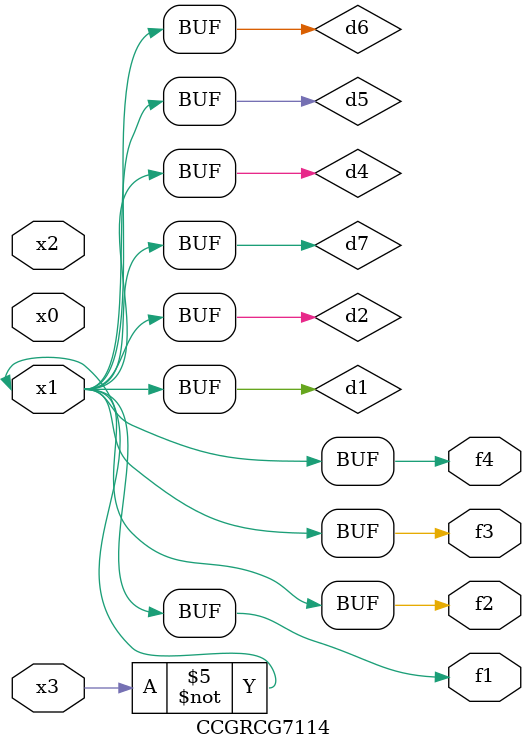
<source format=v>
module CCGRCG7114(
	input x0, x1, x2, x3,
	output f1, f2, f3, f4
);

	wire d1, d2, d3, d4, d5, d6, d7;

	not (d1, x3);
	buf (d2, x1);
	xnor (d3, d1, d2);
	nor (d4, d1);
	buf (d5, d1, d2);
	buf (d6, d4, d5);
	nand (d7, d4);
	assign f1 = d6;
	assign f2 = d7;
	assign f3 = d6;
	assign f4 = d6;
endmodule

</source>
